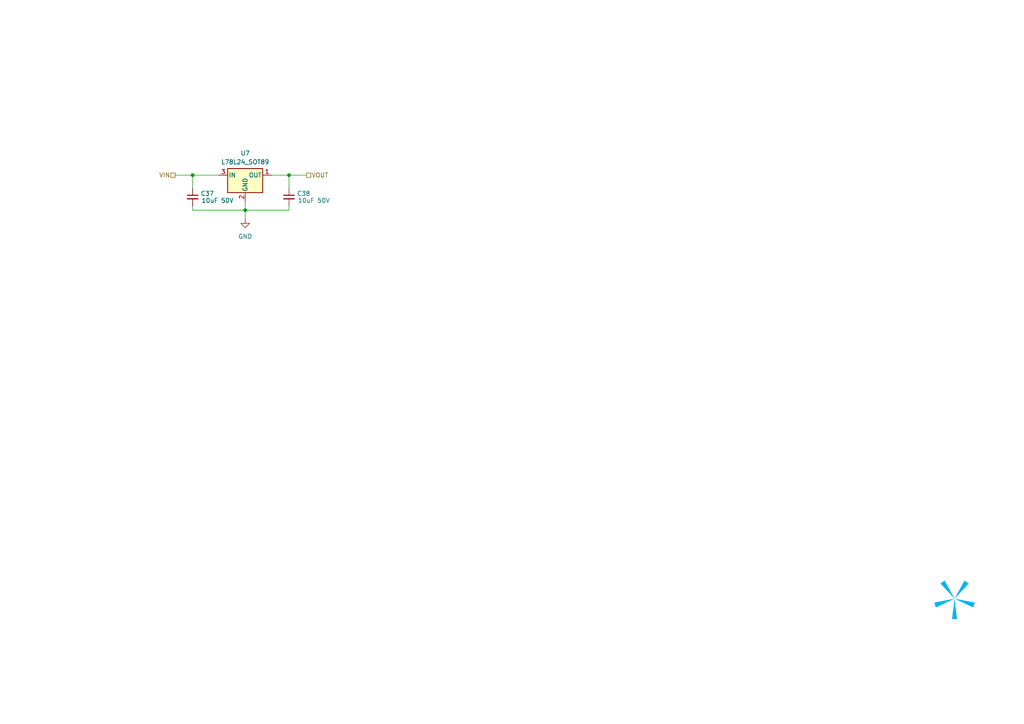
<source format=kicad_sch>
(kicad_sch (version 20231120) (generator "eeschema") (generator_version "8.0")
  (paper "A4")
  (title_block (title "CTRL-MINI-ED") (date "2024-12-11") (rev "1") (company "Spark Project") (comment 1 "Author: 夕月霞 (xyx)") (comment 2 "Electric Discharge Machining board for CTRL-MINI"))
  (lib_symbols
    (symbol "Device:C_Small" (pin_numbers hide) (pin_names (offset 0.254) hide)
      (property "Reference" "C" (at 0.254 1.778 0))
      (property "Value" "C_Small" (at 0.254 -2.032 0))
      (symbol "C_Small_0_1"
        (polyline (pts (xy -1.524 -0.508) (xy 1.524 -0.508)) (stroke (width 0.3302)))
        (polyline (pts (xy -1.524 0.508) (xy 1.524 0.508)) (stroke (width 0.3048)))
      )
      (symbol "C_Small_1_1"
        (pin passive line (at 0 2.54 270) (length 2.032) (name "~") (number "1"))
        (pin passive line (at 0 -2.54 90) (length 2.032) (name "~") (number "2"))
      )
    )
    (symbol "Regulator_Linear:L78L24_SOT89" (pin_names (offset 0.254))
      (property "Reference" "U" (at -3.81 3.175 0))
      (property "Value" "L78L24_SOT89" (at -0.635 3.175 0))
      (symbol "L78L24_SOT89_0_1"
        (rectangle (start -5.08 1.905) (end 5.08 -5.08) (stroke (width 0.254)) (fill (type background)))
      )
      (symbol "L78L24_SOT89_1_1"
        (pin power_out line (at 7.62 0 180) (length 2.54) (name "OUT") (number "1"))
        (pin power_in line (at 0 -7.62 90) (length 2.54) (name "GND") (number "2"))
        (pin power_in line (at -7.62 0 0) (length 2.54) (name "IN") (number "3"))
      )
    )
    (symbol "power:GND" (power) (pin_numbers hide) (pin_names (offset 0) hide)
      (property "Value" "GND" (at 0 -3.81 0))
      (symbol "GND_0_1"
        (polyline (pts (xy 0 0) (xy 0 -1.27) (xy 1.27 -1.27) (xy 0 -2.54) (xy -1.27 -1.27) (xy 0 -1.27)))
      )
      (symbol "GND_1_1"
        (pin power_in line (at 0 0 270) (length 0) (name "~") (number "1"))
      )
    )
  )
  (junction (at 71.12 60.96))
  (junction (at 83.82 50.8))
  (junction (at 55.88 50.8))
  (wire (pts (xy 55.88 50.8) (xy 63.5 50.8)))
  (wire (pts (xy 78.74 50.8) (xy 83.82 50.8)))
  (wire (pts (xy 71.12 60.96) (xy 71.12 63.5)))
  (wire (pts (xy 55.88 50.8) (xy 55.88 54.61)))
  (wire (pts (xy 83.82 50.8) (xy 88.9 50.8)))
  (wire (pts (xy 71.12 58.42) (xy 71.12 60.96)))
  (wire (pts (xy 83.82 50.8) (xy 83.82 54.61)))
  (wire (pts (xy 50.8 50.8) (xy 55.88 50.8)))
  (wire (pts (xy 55.88 60.96) (xy 71.12 60.96)))
  (wire (pts (xy 83.82 59.69) (xy 83.82 60.96)))
  (wire (pts (xy 71.12 60.96) (xy 83.82 60.96)))
  (wire (pts (xy 55.88 59.69) (xy 55.88 60.96)))
  (image (at 276.86 173.99) (scale 1.13867))
  (hierarchical_label "VIN" (shape passive) (at 50.8 50.8 180))
  (hierarchical_label "VOUT" (shape passive) (at 88.9 50.8 0))
  (symbol (lib_id "Regulator_Linear:L78L24_SOT89") (at 71.12 50.8 0) (unit 1)
    (property "Reference" "U7" (at 71.12 44.45 0))
    (property "Value" "L78L24_SOT89" (at 71.12 46.99 0))
    (property "Footprint" "Package_TO_SOT_SMD:SOT-89-3" (effects (hide yes)))
    (property "Datasheet" "http://www.st.com/content/ccc/resource/technical/document/datasheet/15/55/e5/aa/23/5b/43/fd/CD00000446.pdf/files/CD00000446.pdf/jcr:content/translations/en.CD00000446.pdf" (effects (hide yes)))
    (property "Description" "Positive 100mA 30V Linear Regulator, Fixed Output 24V, SOT-89" (effects (hide yes)))
    (property "LCSC" "C130141" (effects (hide yes)))
  )
  (symbol (lib_id "Device:C_Small") (at 83.82 57.15 0) (unit 1)
    (property "Reference" "C38" (at 86.106 56.134 0) (effects (justify left)))
    (property "Value" "10uF 50V" (at 86.36 58.166 0) (effects (justify left)))
    (property "Footprint" "Capacitor_SMD:C_1206_3216Metric" (effects (hide yes)))
    (property "Description" "Unpolarized capacitor, small symbol" (effects (hide yes)))
    (property "LCSC" "C13585" (effects (hide yes)))
  )
  (symbol (lib_id "Device:C_Small") (at 55.88 57.15 0) (unit 1)
    (property "Reference" "C37" (at 58.166 56.134 0) (effects (justify left)))
    (property "Value" "10uF 50V" (at 58.42 58.166 0) (effects (justify left)))
    (property "Footprint" "Capacitor_SMD:C_1206_3216Metric" (effects (hide yes)))
    (property "Description" "Unpolarized capacitor, small symbol" (effects (hide yes)))
    (property "LCSC" "C13585" (effects (hide yes)))
  )
  (symbol (lib_id "power:GND") (at 71.12 63.5 0) (unit 1) (exclude_from_sim yes)
    (property "Reference" "#PWR056" (effects (hide yes)))
    (property "Value" "GND" (at 71.12 68.58 0))
    (property "Description" "Power symbol creates a global label with name \"GND\" , ground" (effects (hide yes)))
  )
)
</source>
